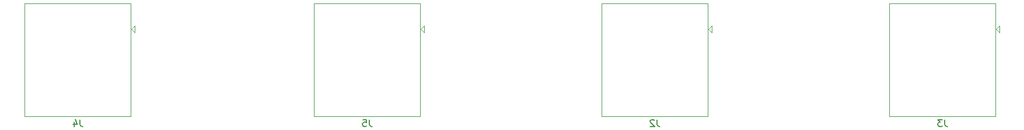
<source format=gbr>
G04 #@! TF.GenerationSoftware,KiCad,Pcbnew,(5.1.5)-3*
G04 #@! TF.CreationDate,2021-03-17T15:19:28-07:00*
G04 #@! TF.ProjectId,Daughterboard,44617567-6874-4657-9262-6f6172642e6b,rev?*
G04 #@! TF.SameCoordinates,Original*
G04 #@! TF.FileFunction,Legend,Bot*
G04 #@! TF.FilePolarity,Positive*
%FSLAX46Y46*%
G04 Gerber Fmt 4.6, Leading zero omitted, Abs format (unit mm)*
G04 Created by KiCad (PCBNEW (5.1.5)-3) date 2021-03-17 15:19:28*
%MOMM*%
%LPD*%
G04 APERTURE LIST*
%ADD10C,0.120000*%
%ADD11C,0.150000*%
G04 APERTURE END LIST*
D10*
X151774000Y-137156000D02*
X167504000Y-137156000D01*
X151774000Y-120416000D02*
X151774000Y-137156000D01*
X167504000Y-120416000D02*
X167504000Y-137156000D01*
X151784000Y-120416000D02*
X167504000Y-120416000D01*
X167584000Y-124206000D02*
X168084000Y-123706000D01*
X168084000Y-123706000D02*
X168084000Y-124706000D01*
X168084000Y-124706000D02*
X167584000Y-124206000D01*
X210756000Y-124706000D02*
X210256000Y-124206000D01*
X210756000Y-123706000D02*
X210756000Y-124706000D01*
X210256000Y-124206000D02*
X210756000Y-123706000D01*
X194456000Y-120416000D02*
X210176000Y-120416000D01*
X210176000Y-120416000D02*
X210176000Y-137156000D01*
X194446000Y-120416000D02*
X194446000Y-137156000D01*
X194446000Y-137156000D02*
X210176000Y-137156000D01*
X66176000Y-137156000D02*
X81906000Y-137156000D01*
X66176000Y-120416000D02*
X66176000Y-137156000D01*
X81906000Y-120416000D02*
X81906000Y-137156000D01*
X66186000Y-120416000D02*
X81906000Y-120416000D01*
X81986000Y-124206000D02*
X82486000Y-123706000D01*
X82486000Y-123706000D02*
X82486000Y-124706000D01*
X82486000Y-124706000D02*
X81986000Y-124206000D01*
X125412000Y-124706000D02*
X124912000Y-124206000D01*
X125412000Y-123706000D02*
X125412000Y-124706000D01*
X124912000Y-124206000D02*
X125412000Y-123706000D01*
X109112000Y-120416000D02*
X124832000Y-120416000D01*
X124832000Y-120416000D02*
X124832000Y-137156000D01*
X109102000Y-120416000D02*
X109102000Y-137156000D01*
X109102000Y-137156000D02*
X124832000Y-137156000D01*
D11*
X159967333Y-137658380D02*
X159967333Y-138372666D01*
X160014952Y-138515523D01*
X160110190Y-138610761D01*
X160253047Y-138658380D01*
X160348285Y-138658380D01*
X159538761Y-137753619D02*
X159491142Y-137706000D01*
X159395904Y-137658380D01*
X159157809Y-137658380D01*
X159062571Y-137706000D01*
X159014952Y-137753619D01*
X158967333Y-137848857D01*
X158967333Y-137944095D01*
X159014952Y-138086952D01*
X159586380Y-138658380D01*
X158967333Y-138658380D01*
X202639333Y-137658380D02*
X202639333Y-138372666D01*
X202686952Y-138515523D01*
X202782190Y-138610761D01*
X202925047Y-138658380D01*
X203020285Y-138658380D01*
X202258380Y-137658380D02*
X201639333Y-137658380D01*
X201972666Y-138039333D01*
X201829809Y-138039333D01*
X201734571Y-138086952D01*
X201686952Y-138134571D01*
X201639333Y-138229809D01*
X201639333Y-138467904D01*
X201686952Y-138563142D01*
X201734571Y-138610761D01*
X201829809Y-138658380D01*
X202115523Y-138658380D01*
X202210761Y-138610761D01*
X202258380Y-138563142D01*
X74369333Y-137658380D02*
X74369333Y-138372666D01*
X74416952Y-138515523D01*
X74512190Y-138610761D01*
X74655047Y-138658380D01*
X74750285Y-138658380D01*
X73464571Y-137991714D02*
X73464571Y-138658380D01*
X73702666Y-137610761D02*
X73940761Y-138325047D01*
X73321714Y-138325047D01*
X117295333Y-137658380D02*
X117295333Y-138372666D01*
X117342952Y-138515523D01*
X117438190Y-138610761D01*
X117581047Y-138658380D01*
X117676285Y-138658380D01*
X116342952Y-137658380D02*
X116819142Y-137658380D01*
X116866761Y-138134571D01*
X116819142Y-138086952D01*
X116723904Y-138039333D01*
X116485809Y-138039333D01*
X116390571Y-138086952D01*
X116342952Y-138134571D01*
X116295333Y-138229809D01*
X116295333Y-138467904D01*
X116342952Y-138563142D01*
X116390571Y-138610761D01*
X116485809Y-138658380D01*
X116723904Y-138658380D01*
X116819142Y-138610761D01*
X116866761Y-138563142D01*
M02*

</source>
